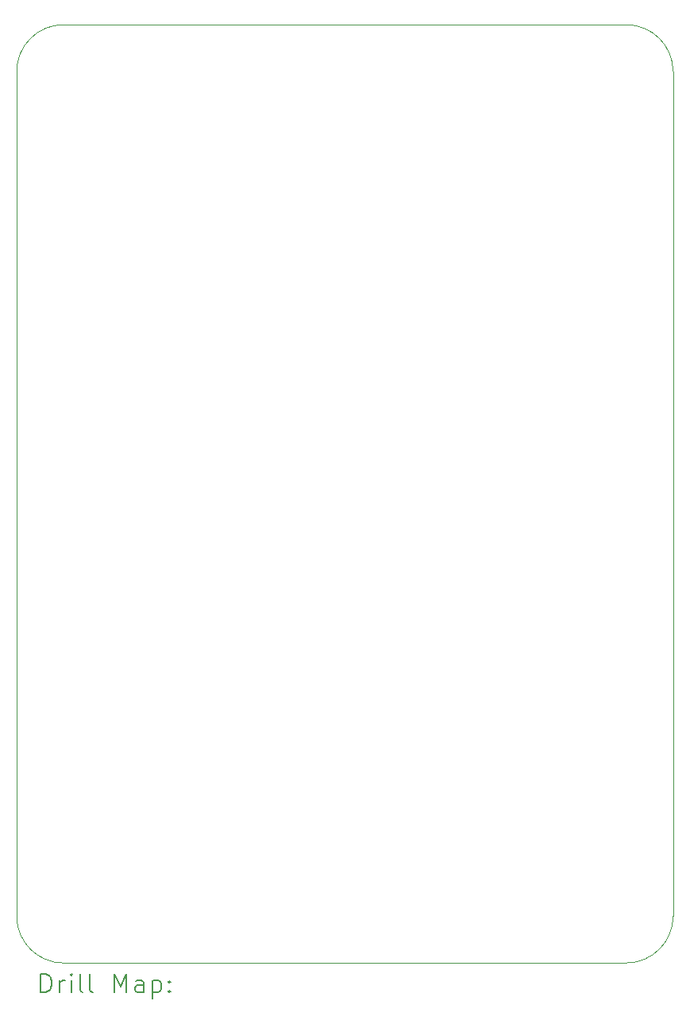
<source format=gbr>
%TF.GenerationSoftware,KiCad,Pcbnew,8.0.5*%
%TF.CreationDate,2025-02-27T20:45:03-08:00*%
%TF.ProjectId,ledaray,6c656461-7261-4792-9e6b-696361645f70,rev?*%
%TF.SameCoordinates,Original*%
%TF.FileFunction,Drillmap*%
%TF.FilePolarity,Positive*%
%FSLAX45Y45*%
G04 Gerber Fmt 4.5, Leading zero omitted, Abs format (unit mm)*
G04 Created by KiCad (PCBNEW 8.0.5) date 2025-02-27 20:45:03*
%MOMM*%
%LPD*%
G01*
G04 APERTURE LIST*
%ADD10C,0.050000*%
%ADD11C,0.200000*%
G04 APERTURE END LIST*
D10*
X7500000Y-14000000D02*
X13500000Y-14000000D01*
X14000000Y-13500000D02*
G75*
G02*
X13500000Y-14000000I-500000J0D01*
G01*
X7000000Y-4500000D02*
X7000000Y-13500000D01*
X7000000Y-4500000D02*
G75*
G02*
X7500000Y-4000000I500000J0D01*
G01*
X7500000Y-14000000D02*
G75*
G02*
X7000000Y-13500000I0J500000D01*
G01*
X13500000Y-4000000D02*
G75*
G02*
X14000000Y-4500000I0J-500000D01*
G01*
X7500000Y-4000000D02*
X13500000Y-4000000D01*
X14000000Y-4500000D02*
X14000000Y-13500000D01*
D11*
X7258277Y-14313984D02*
X7258277Y-14113984D01*
X7258277Y-14113984D02*
X7305896Y-14113984D01*
X7305896Y-14113984D02*
X7334467Y-14123508D01*
X7334467Y-14123508D02*
X7353515Y-14142555D01*
X7353515Y-14142555D02*
X7363039Y-14161603D01*
X7363039Y-14161603D02*
X7372562Y-14199698D01*
X7372562Y-14199698D02*
X7372562Y-14228269D01*
X7372562Y-14228269D02*
X7363039Y-14266365D01*
X7363039Y-14266365D02*
X7353515Y-14285412D01*
X7353515Y-14285412D02*
X7334467Y-14304460D01*
X7334467Y-14304460D02*
X7305896Y-14313984D01*
X7305896Y-14313984D02*
X7258277Y-14313984D01*
X7458277Y-14313984D02*
X7458277Y-14180650D01*
X7458277Y-14218746D02*
X7467801Y-14199698D01*
X7467801Y-14199698D02*
X7477324Y-14190174D01*
X7477324Y-14190174D02*
X7496372Y-14180650D01*
X7496372Y-14180650D02*
X7515420Y-14180650D01*
X7582086Y-14313984D02*
X7582086Y-14180650D01*
X7582086Y-14113984D02*
X7572562Y-14123508D01*
X7572562Y-14123508D02*
X7582086Y-14133031D01*
X7582086Y-14133031D02*
X7591610Y-14123508D01*
X7591610Y-14123508D02*
X7582086Y-14113984D01*
X7582086Y-14113984D02*
X7582086Y-14133031D01*
X7705896Y-14313984D02*
X7686848Y-14304460D01*
X7686848Y-14304460D02*
X7677324Y-14285412D01*
X7677324Y-14285412D02*
X7677324Y-14113984D01*
X7810658Y-14313984D02*
X7791610Y-14304460D01*
X7791610Y-14304460D02*
X7782086Y-14285412D01*
X7782086Y-14285412D02*
X7782086Y-14113984D01*
X8039229Y-14313984D02*
X8039229Y-14113984D01*
X8039229Y-14113984D02*
X8105896Y-14256841D01*
X8105896Y-14256841D02*
X8172562Y-14113984D01*
X8172562Y-14113984D02*
X8172562Y-14313984D01*
X8353515Y-14313984D02*
X8353515Y-14209222D01*
X8353515Y-14209222D02*
X8343991Y-14190174D01*
X8343991Y-14190174D02*
X8324943Y-14180650D01*
X8324943Y-14180650D02*
X8286848Y-14180650D01*
X8286848Y-14180650D02*
X8267801Y-14190174D01*
X8353515Y-14304460D02*
X8334467Y-14313984D01*
X8334467Y-14313984D02*
X8286848Y-14313984D01*
X8286848Y-14313984D02*
X8267801Y-14304460D01*
X8267801Y-14304460D02*
X8258277Y-14285412D01*
X8258277Y-14285412D02*
X8258277Y-14266365D01*
X8258277Y-14266365D02*
X8267801Y-14247317D01*
X8267801Y-14247317D02*
X8286848Y-14237793D01*
X8286848Y-14237793D02*
X8334467Y-14237793D01*
X8334467Y-14237793D02*
X8353515Y-14228269D01*
X8448753Y-14180650D02*
X8448753Y-14380650D01*
X8448753Y-14190174D02*
X8467801Y-14180650D01*
X8467801Y-14180650D02*
X8505896Y-14180650D01*
X8505896Y-14180650D02*
X8524944Y-14190174D01*
X8524944Y-14190174D02*
X8534467Y-14199698D01*
X8534467Y-14199698D02*
X8543991Y-14218746D01*
X8543991Y-14218746D02*
X8543991Y-14275888D01*
X8543991Y-14275888D02*
X8534467Y-14294936D01*
X8534467Y-14294936D02*
X8524944Y-14304460D01*
X8524944Y-14304460D02*
X8505896Y-14313984D01*
X8505896Y-14313984D02*
X8467801Y-14313984D01*
X8467801Y-14313984D02*
X8448753Y-14304460D01*
X8629705Y-14294936D02*
X8639229Y-14304460D01*
X8639229Y-14304460D02*
X8629705Y-14313984D01*
X8629705Y-14313984D02*
X8620182Y-14304460D01*
X8620182Y-14304460D02*
X8629705Y-14294936D01*
X8629705Y-14294936D02*
X8629705Y-14313984D01*
X8629705Y-14190174D02*
X8639229Y-14199698D01*
X8639229Y-14199698D02*
X8629705Y-14209222D01*
X8629705Y-14209222D02*
X8620182Y-14199698D01*
X8620182Y-14199698D02*
X8629705Y-14190174D01*
X8629705Y-14190174D02*
X8629705Y-14209222D01*
M02*

</source>
